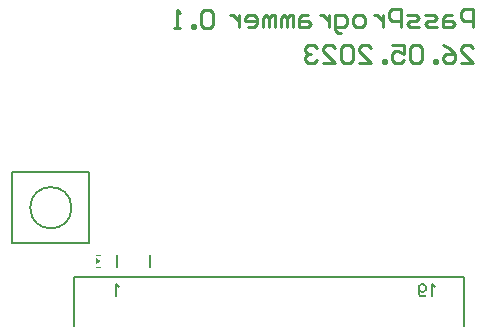
<source format=gbo>
G04*
G04 #@! TF.GenerationSoftware,Altium Limited,Altium Designer,23.4.1 (23)*
G04*
G04 Layer_Color=32896*
%FSLAX44Y44*%
%MOMM*%
G71*
G04*
G04 #@! TF.SameCoordinates,E4356CB4-9A03-4441-A28E-8BB409EA4FDF*
G04*
G04*
G04 #@! TF.FilePolarity,Positive*
G04*
G01*
G75*
%ADD10C,0.2000*%
%ADD11C,0.1500*%
%ADD12C,0.1000*%
%ADD35C,0.2540*%
G36*
X107500Y60000D02*
X103000Y62750D01*
Y57250D01*
X107500Y60000D01*
D02*
G37*
D10*
X82500Y105000D02*
G03*
X82500Y105000I-17500J0D01*
G01*
X84902Y46000D02*
X415102D01*
Y5000D02*
Y46000D01*
X84902Y5000D02*
Y46000D01*
D11*
X32500Y75000D02*
X97500D01*
Y135000D01*
X32500D02*
X97500D01*
X32500Y75000D02*
Y135000D01*
X149250Y55000D02*
Y65000D01*
X120750Y55000D02*
Y65000D01*
X390045Y38095D02*
X389092Y38571D01*
X387664Y39999D01*
Y30001D01*
X376524Y36666D02*
X377000Y35238D01*
X377952Y34286D01*
X379380Y33810D01*
X379856D01*
X381284Y34286D01*
X382237Y35238D01*
X382713Y36666D01*
Y37142D01*
X382237Y38571D01*
X381284Y39523D01*
X379856Y39999D01*
X379380D01*
X377952Y39523D01*
X377000Y38571D01*
X376524Y36666D01*
Y34286D01*
X377000Y31905D01*
X377952Y30477D01*
X379380Y30001D01*
X380332D01*
X381761Y30477D01*
X382237Y31429D01*
X122500Y38095D02*
X121548Y38571D01*
X120120Y39999D01*
Y30001D01*
D12*
X103000Y65000D02*
X107000D01*
X103000Y55000D02*
X107000D01*
D35*
X412303Y227540D02*
X422460D01*
X412303Y237697D01*
Y240236D01*
X414842Y242775D01*
X419921D01*
X422460Y240236D01*
X397068Y242775D02*
X402147Y240236D01*
X407225Y235158D01*
Y230079D01*
X404686Y227540D01*
X399607D01*
X397068Y230079D01*
Y232618D01*
X399607Y235158D01*
X407225D01*
X391990Y227540D02*
Y230079D01*
X389451D01*
Y227540D01*
X391990D01*
X379294Y240236D02*
X376755Y242775D01*
X371676D01*
X369137Y240236D01*
Y230079D01*
X371676Y227540D01*
X376755D01*
X379294Y230079D01*
Y240236D01*
X353902Y242775D02*
X364059D01*
Y235158D01*
X358980Y237697D01*
X356441D01*
X353902Y235158D01*
Y230079D01*
X356441Y227540D01*
X361520D01*
X364059Y230079D01*
X348824Y227540D02*
Y230079D01*
X346285D01*
Y227540D01*
X348824D01*
X325971D02*
X336128D01*
X325971Y237697D01*
Y240236D01*
X328510Y242775D01*
X333589D01*
X336128Y240236D01*
X320893D02*
X318354Y242775D01*
X313275D01*
X310736Y240236D01*
Y230079D01*
X313275Y227540D01*
X318354D01*
X320893Y230079D01*
Y240236D01*
X295501Y227540D02*
X305658D01*
X295501Y237697D01*
Y240236D01*
X298040Y242775D01*
X303119D01*
X305658Y240236D01*
X290423D02*
X287883Y242775D01*
X282805D01*
X280266Y240236D01*
Y237697D01*
X282805Y235158D01*
X285344D01*
X282805D01*
X280266Y232618D01*
Y230079D01*
X282805Y227540D01*
X287883D01*
X290423Y230079D01*
X202460Y270236D02*
X199921Y272775D01*
X194842D01*
X192303Y270236D01*
Y260079D01*
X194842Y257540D01*
X199921D01*
X202460Y260079D01*
Y270236D01*
X187225Y257540D02*
Y260079D01*
X184686D01*
Y257540D01*
X187225D01*
X174529D02*
X169451D01*
X171990D01*
Y272775D01*
X174529Y270236D01*
X422460Y257618D02*
Y272853D01*
X414842D01*
X412303Y270314D01*
Y265236D01*
X414842Y262697D01*
X422460D01*
X404686Y267775D02*
X399607D01*
X397068Y265236D01*
Y257618D01*
X404686D01*
X407225Y260158D01*
X404686Y262697D01*
X397068D01*
X391990Y257618D02*
X384372D01*
X381833Y260158D01*
X384372Y262697D01*
X389451D01*
X391990Y265236D01*
X389451Y267775D01*
X381833D01*
X376755Y257618D02*
X369137D01*
X366598Y260158D01*
X369137Y262697D01*
X374216D01*
X376755Y265236D01*
X374216Y267775D01*
X366598D01*
X361520Y257618D02*
Y272853D01*
X353902D01*
X351363Y270314D01*
Y265236D01*
X353902Y262697D01*
X361520D01*
X346285Y267775D02*
Y257618D01*
Y262697D01*
X343745Y265236D01*
X341206Y267775D01*
X338667D01*
X328510Y257618D02*
X323432D01*
X320893Y260158D01*
Y265236D01*
X323432Y267775D01*
X328510D01*
X331050Y265236D01*
Y260158D01*
X328510Y257618D01*
X310736Y252540D02*
X308197D01*
X305658Y255079D01*
Y267775D01*
X313275D01*
X315814Y265236D01*
Y260158D01*
X313275Y257618D01*
X305658D01*
X300579Y267775D02*
Y257618D01*
Y262697D01*
X298040Y265236D01*
X295501Y267775D01*
X292962D01*
X282805D02*
X277727D01*
X275188Y265236D01*
Y257618D01*
X282805D01*
X285344Y260158D01*
X282805Y262697D01*
X275188D01*
X270109Y257618D02*
Y267775D01*
X267570D01*
X265031Y265236D01*
Y257618D01*
Y265236D01*
X262492Y267775D01*
X259953Y265236D01*
Y257618D01*
X254874D02*
Y267775D01*
X252335D01*
X249796Y265236D01*
Y257618D01*
Y265236D01*
X247257Y267775D01*
X244718Y265236D01*
Y257618D01*
X232022D02*
X237100D01*
X239639Y260158D01*
Y265236D01*
X237100Y267775D01*
X232022D01*
X229482Y265236D01*
Y262697D01*
X239639D01*
X224404Y267775D02*
Y257618D01*
Y262697D01*
X221865Y265236D01*
X219326Y267775D01*
X216786D01*
M02*

</source>
